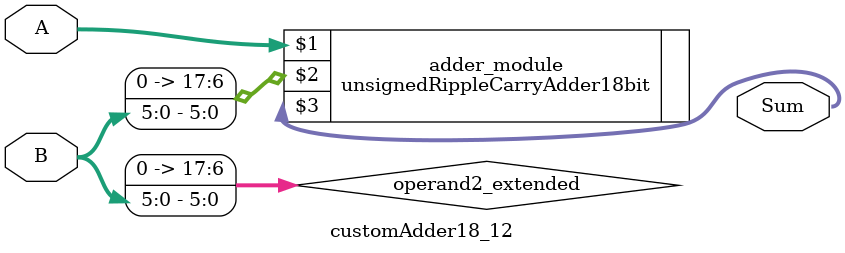
<source format=v>

module customAdder18_12(
                    input [17 : 0] A,
                    input [5 : 0] B,
                    
                    output [18 : 0] Sum
            );

    wire [17 : 0] operand2_extended;
    
    assign operand2_extended =  {12'b0, B};
    
    unsignedRippleCarryAdder18bit adder_module(
        A,
        operand2_extended,
        Sum
    );
    
endmodule
        
</source>
